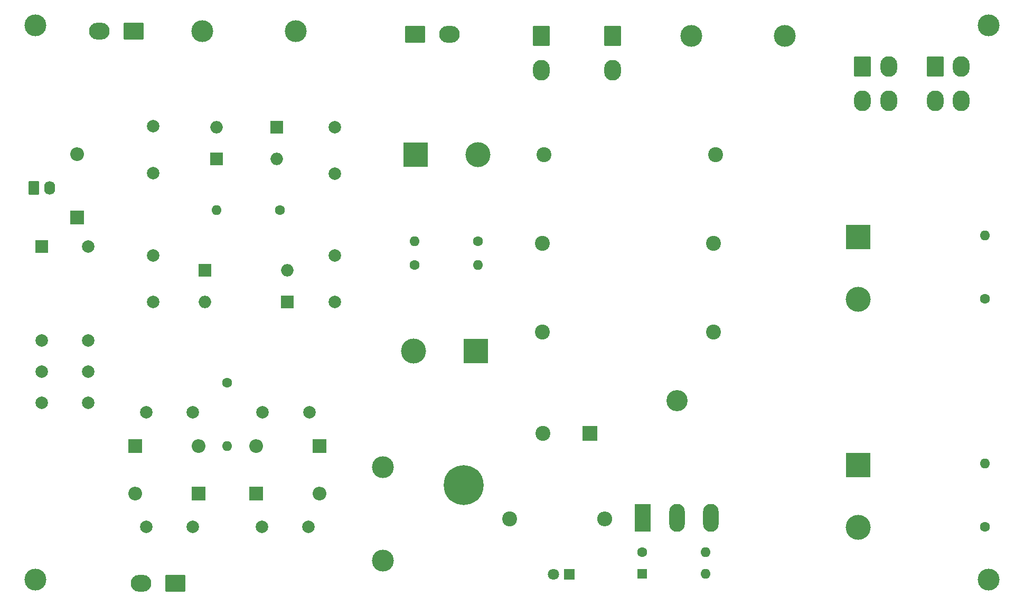
<source format=gbr>
G04 #@! TF.GenerationSoftware,KiCad,Pcbnew,8.0.5*
G04 #@! TF.CreationDate,2024-11-20T22:14:33+01:00*
G04 #@! TF.ProjectId,400VAnoden,34303056-416e-46f6-9465-6e2e6b696361,rev?*
G04 #@! TF.SameCoordinates,Original*
G04 #@! TF.FileFunction,Soldermask,Bot*
G04 #@! TF.FilePolarity,Negative*
%FSLAX46Y46*%
G04 Gerber Fmt 4.6, Leading zero omitted, Abs format (unit mm)*
G04 Created by KiCad (PCBNEW 8.0.5) date 2024-11-20 22:14:33*
%MOMM*%
%LPD*%
G01*
G04 APERTURE LIST*
G04 Aperture macros list*
%AMRoundRect*
0 Rectangle with rounded corners*
0 $1 Rounding radius*
0 $2 $3 $4 $5 $6 $7 $8 $9 X,Y pos of 4 corners*
0 Add a 4 corners polygon primitive as box body*
4,1,4,$2,$3,$4,$5,$6,$7,$8,$9,$2,$3,0*
0 Add four circle primitives for the rounded corners*
1,1,$1+$1,$2,$3*
1,1,$1+$1,$4,$5*
1,1,$1+$1,$6,$7*
1,1,$1+$1,$8,$9*
0 Add four rect primitives between the rounded corners*
20,1,$1+$1,$2,$3,$4,$5,0*
20,1,$1+$1,$4,$5,$6,$7,0*
20,1,$1+$1,$6,$7,$8,$9,0*
20,1,$1+$1,$8,$9,$2,$3,0*%
G04 Aperture macros list end*
%ADD10R,4.000000X4.000000*%
%ADD11C,4.000000*%
%ADD12C,2.400000*%
%ADD13R,2.000000X2.000000*%
%ADD14O,2.000000X2.000000*%
%ADD15R,1.600000X1.600000*%
%ADD16O,1.600000X1.600000*%
%ADD17R,1.800000X1.800000*%
%ADD18C,1.800000*%
%ADD19R,2.200000X2.200000*%
%ADD20O,2.200000X2.200000*%
%ADD21C,3.500120*%
%ADD22RoundRect,0.250001X1.399999X-1.099999X1.399999X1.099999X-1.399999X1.099999X-1.399999X-1.099999X0*%
%ADD23O,3.300000X2.700000*%
%ADD24RoundRect,0.250001X-1.399999X1.099999X-1.399999X-1.099999X1.399999X-1.099999X1.399999X1.099999X0*%
%ADD25C,1.600000*%
%ADD26O,2.400000X2.400000*%
%ADD27C,2.000000*%
%ADD28O,3.400000X3.400000*%
%ADD29R,2.500000X4.500000*%
%ADD30O,2.500000X4.500000*%
%ADD31R,2.400000X2.400000*%
%ADD32RoundRect,0.250001X-1.099999X-1.399999X1.099999X-1.399999X1.099999X1.399999X-1.099999X1.399999X0*%
%ADD33O,2.700000X3.300000*%
%ADD34RoundRect,0.250000X-0.620000X-0.845000X0.620000X-0.845000X0.620000X0.845000X-0.620000X0.845000X0*%
%ADD35O,1.740000X2.190000*%
%ADD36C,0.800000*%
%ADD37C,6.400000*%
%ADD38C,3.500000*%
G04 APERTURE END LIST*
D10*
X101125000Y-53340000D03*
D11*
X111125000Y-53340000D03*
D12*
X121412000Y-67564000D03*
X148912000Y-67564000D03*
X149225000Y-53340000D03*
X121725000Y-53340000D03*
D10*
X110744000Y-84836000D03*
D11*
X100744000Y-84836000D03*
D13*
X67310000Y-71882000D03*
D14*
X67310000Y-76962000D03*
D15*
X137414000Y-120523000D03*
D16*
X147574000Y-120523000D03*
D17*
X125730000Y-120650000D03*
D18*
X123190000Y-120650000D03*
D19*
X75565000Y-107696000D03*
D20*
X85725000Y-107696000D03*
D19*
X85725000Y-100076000D03*
D20*
X75565000Y-100076000D03*
D19*
X66294000Y-107696000D03*
D20*
X56134000Y-107696000D03*
D19*
X56134000Y-100076000D03*
D20*
X66294000Y-100076000D03*
D21*
X66922000Y-33528000D03*
X81922000Y-33528000D03*
D22*
X101016000Y-34036000D03*
D23*
X106516000Y-34036000D03*
D24*
X55880000Y-33528000D03*
D23*
X50380000Y-33528000D03*
D24*
X62611000Y-122047000D03*
D23*
X57111000Y-122047000D03*
D25*
X79375000Y-62230000D03*
D16*
X69215000Y-62230000D03*
D25*
X111125000Y-67183000D03*
D16*
X100965000Y-67183000D03*
D25*
X192405000Y-76454000D03*
D16*
X192405000Y-66294000D03*
D25*
X137414000Y-117094000D03*
D16*
X147574000Y-117094000D03*
D25*
X192405000Y-113030000D03*
D16*
X192405000Y-102870000D03*
D12*
X116205000Y-111760000D03*
D26*
X131445000Y-111760000D03*
D27*
X59055000Y-48768000D03*
X59055000Y-56268000D03*
X83954000Y-113030000D03*
X76454000Y-113030000D03*
X84074000Y-94615000D03*
X76574000Y-94615000D03*
X65405000Y-113030000D03*
X57905000Y-113030000D03*
X65405000Y-94615000D03*
X57905000Y-94615000D03*
D28*
X143002000Y-92794000D03*
D29*
X137552000Y-111594000D03*
D30*
X143002000Y-111594000D03*
X148452000Y-111594000D03*
D25*
X100965000Y-70993000D03*
D16*
X111125000Y-70993000D03*
D31*
X129032000Y-98044000D03*
D12*
X121532000Y-98044000D03*
D32*
X132715000Y-34290000D03*
D33*
X132715000Y-39790000D03*
D10*
X172085000Y-66548000D03*
D11*
X172085000Y-76548000D03*
D19*
X46863000Y-63373000D03*
D20*
X46863000Y-53213000D03*
D34*
X39878000Y-58674000D03*
D35*
X42418000Y-58674000D03*
D12*
X121412000Y-81788000D03*
X148912000Y-81788000D03*
D32*
X121285000Y-34290000D03*
D33*
X121285000Y-39790000D03*
D21*
X95885000Y-118459900D03*
X95885000Y-103459900D03*
D13*
X69215000Y-53975000D03*
D14*
X69215000Y-48895000D03*
D27*
X88138000Y-69462000D03*
X88138000Y-76962000D03*
X88138000Y-48895000D03*
X88138000Y-56395000D03*
D13*
X78867000Y-48895000D03*
D14*
X78867000Y-53975000D03*
D13*
X80518000Y-76962000D03*
D14*
X80518000Y-71882000D03*
D25*
X70866000Y-89916000D03*
D16*
X70866000Y-100076000D03*
D10*
X172085000Y-103124000D03*
D11*
X172085000Y-113124000D03*
D27*
X59055000Y-69462000D03*
X59055000Y-76962000D03*
D21*
X160281000Y-34290000D03*
X145281000Y-34290000D03*
D36*
X106392944Y-106345056D03*
X107095888Y-104648000D03*
X107095888Y-108042112D03*
X108792944Y-103945056D03*
D37*
X108792944Y-106345056D03*
D36*
X108792944Y-108745056D03*
X110490000Y-104648000D03*
X110490000Y-108042112D03*
X111192944Y-106345056D03*
D38*
X40146000Y-32550000D03*
X40146000Y-121450000D03*
X193006000Y-32550000D03*
X193006000Y-121450000D03*
D32*
X172745000Y-39204000D03*
D33*
X176945000Y-39204000D03*
X172745000Y-44704000D03*
X176945000Y-44704000D03*
D27*
X41141000Y-88091000D03*
X41141000Y-83091000D03*
X41141000Y-93091000D03*
X48641000Y-88091000D03*
X48641000Y-83091000D03*
X48641000Y-93091000D03*
D13*
X41141000Y-68091000D03*
D27*
X48641000Y-68091000D03*
D32*
X184395000Y-39204000D03*
D33*
X188595000Y-39204000D03*
X184395000Y-44704000D03*
X188595000Y-44704000D03*
M02*

</source>
